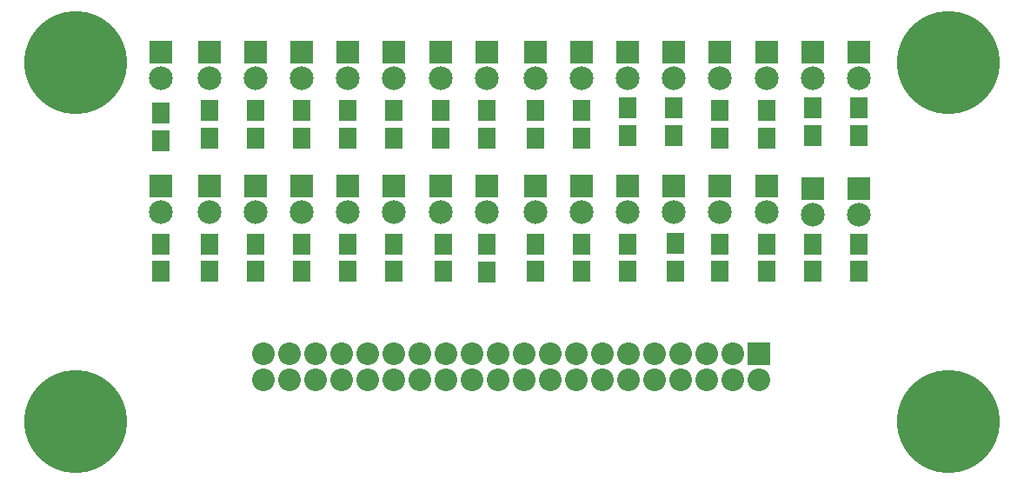
<source format=gbr>
G04 #@! TF.FileFunction,Soldermask,Top*
%FSLAX46Y46*%
G04 Gerber Fmt 4.6, Leading zero omitted, Abs format (unit mm)*
G04 Created by KiCad (PCBNEW 4.0.5) date 06/07/17 21:36:53*
%MOMM*%
%LPD*%
G01*
G04 APERTURE LIST*
%ADD10C,0.150000*%
%ADD11R,2.308000X2.308000*%
%ADD12C,2.308000*%
%ADD13R,1.808000X2.008000*%
%ADD14R,2.208000X2.208000*%
%ADD15O,2.208000X2.208000*%
%ADD16C,10.033000*%
G04 APERTURE END LIST*
D10*
D11*
X106750000Y-40000000D03*
D12*
X106750000Y-42540000D03*
D11*
X106750000Y-53000000D03*
D12*
X106750000Y-55540000D03*
D11*
X111250000Y-40000000D03*
D12*
X111250000Y-42540000D03*
D11*
X111250000Y-53000000D03*
D12*
X111250000Y-55540000D03*
D11*
X115750000Y-40000000D03*
D12*
X115750000Y-42540000D03*
D11*
X115750000Y-53000000D03*
D12*
X115750000Y-55540000D03*
D11*
X120250000Y-40000000D03*
D12*
X120250000Y-42540000D03*
D11*
X120250000Y-53000000D03*
D12*
X120250000Y-55540000D03*
D11*
X124750000Y-40000000D03*
D12*
X124750000Y-42540000D03*
D11*
X124750000Y-53000000D03*
D12*
X124750000Y-55540000D03*
D11*
X129250000Y-40000000D03*
D12*
X129250000Y-42540000D03*
D11*
X129250000Y-53000000D03*
D12*
X129250000Y-55540000D03*
D11*
X133750000Y-40000000D03*
D12*
X133750000Y-42540000D03*
D11*
X133750000Y-53250000D03*
D12*
X133750000Y-55790000D03*
D11*
X138250000Y-40000000D03*
D12*
X138250000Y-42540000D03*
D11*
X138250000Y-53250000D03*
D12*
X138250000Y-55790000D03*
D13*
X70250000Y-45900000D03*
X70250000Y-48600000D03*
X70250000Y-58650000D03*
X70250000Y-61350000D03*
X75000000Y-45650000D03*
X75000000Y-48350000D03*
X75000000Y-58650000D03*
X75000000Y-61350000D03*
X79500000Y-45650000D03*
X79500000Y-48350000D03*
X79500000Y-58650000D03*
X79500000Y-61350000D03*
X84000000Y-45650000D03*
X84000000Y-48350000D03*
X84000000Y-58650000D03*
X84000000Y-61350000D03*
X88500000Y-45650000D03*
X88500000Y-48350000D03*
X88500000Y-58650000D03*
X88500000Y-61350000D03*
X93000000Y-45650000D03*
X93000000Y-48350000D03*
X93000000Y-58650000D03*
X93000000Y-61350000D03*
X97500000Y-45650000D03*
X97500000Y-48350000D03*
X97750000Y-58650000D03*
X97750000Y-61350000D03*
X102000000Y-45650000D03*
X102000000Y-48350000D03*
X102000000Y-58666000D03*
X102000000Y-61366000D03*
X106750000Y-45650000D03*
X106750000Y-48350000D03*
X106750000Y-58650000D03*
X106750000Y-61350000D03*
X111250000Y-45650000D03*
X111250000Y-48350000D03*
X111250000Y-58650000D03*
X111250000Y-61350000D03*
X115750000Y-45400000D03*
X115750000Y-48100000D03*
X115750000Y-58650000D03*
X115750000Y-61350000D03*
X120250000Y-45400000D03*
X120250000Y-48100000D03*
X120396000Y-58594000D03*
X120396000Y-61294000D03*
X124750000Y-45650000D03*
X124750000Y-48350000D03*
X124750000Y-58650000D03*
X124750000Y-61350000D03*
X129250000Y-45650000D03*
X129250000Y-48350000D03*
X129250000Y-58650000D03*
X129250000Y-61350000D03*
X133750000Y-45400000D03*
X133750000Y-48100000D03*
X133750000Y-58650000D03*
X133750000Y-61350000D03*
X138250000Y-45400000D03*
X138250000Y-48100000D03*
X138250000Y-58650000D03*
X138250000Y-61350000D03*
D11*
X70250000Y-40000000D03*
D12*
X70250000Y-42540000D03*
D11*
X70250000Y-53000000D03*
D12*
X70250000Y-55540000D03*
D11*
X75000000Y-40000000D03*
D12*
X75000000Y-42540000D03*
D11*
X75000000Y-53000000D03*
D12*
X75000000Y-55540000D03*
D11*
X79500000Y-40000000D03*
D12*
X79500000Y-42540000D03*
D11*
X79500000Y-53000000D03*
D12*
X79500000Y-55540000D03*
D11*
X84000000Y-40000000D03*
D12*
X84000000Y-42540000D03*
D11*
X84000000Y-53000000D03*
D12*
X84000000Y-55540000D03*
D11*
X88500000Y-40000000D03*
D12*
X88500000Y-42540000D03*
D11*
X88500000Y-53000000D03*
D12*
X88500000Y-55540000D03*
D11*
X93000000Y-40000000D03*
D12*
X93000000Y-42540000D03*
D11*
X93000000Y-53000000D03*
D12*
X93000000Y-55540000D03*
D11*
X97500000Y-40000000D03*
D12*
X97500000Y-42540000D03*
D11*
X97500000Y-53000000D03*
D12*
X97500000Y-55540000D03*
D11*
X102000000Y-40016000D03*
D12*
X102000000Y-42556000D03*
D11*
X102000000Y-53016000D03*
D12*
X102000000Y-55556000D03*
D14*
X128524000Y-69342000D03*
D15*
X128524000Y-71882000D03*
X125984000Y-69342000D03*
X125984000Y-71882000D03*
X123444000Y-69342000D03*
X123444000Y-71882000D03*
X120904000Y-69342000D03*
X120904000Y-71882000D03*
X118364000Y-69342000D03*
X118364000Y-71882000D03*
X115824000Y-69342000D03*
X115824000Y-71882000D03*
X113284000Y-69342000D03*
X113284000Y-71882000D03*
X110744000Y-69342000D03*
X110744000Y-71882000D03*
X108204000Y-69342000D03*
X108204000Y-71882000D03*
X105664000Y-69342000D03*
X105664000Y-71882000D03*
X103124000Y-69342000D03*
X103124000Y-71882000D03*
X100584000Y-69342000D03*
X100584000Y-71882000D03*
X98044000Y-69342000D03*
X98044000Y-71882000D03*
X95504000Y-69342000D03*
X95504000Y-71882000D03*
X92964000Y-69342000D03*
X92964000Y-71882000D03*
X90424000Y-69342000D03*
X90424000Y-71882000D03*
X87884000Y-69342000D03*
X87884000Y-71882000D03*
X85344000Y-69342000D03*
X85344000Y-71882000D03*
X82804000Y-69342000D03*
X82804000Y-71882000D03*
X80264000Y-69342000D03*
X80264000Y-71882000D03*
D16*
X62000000Y-41000000D03*
X147000000Y-41000000D03*
X62000000Y-76000000D03*
X147000000Y-76000000D03*
M02*

</source>
